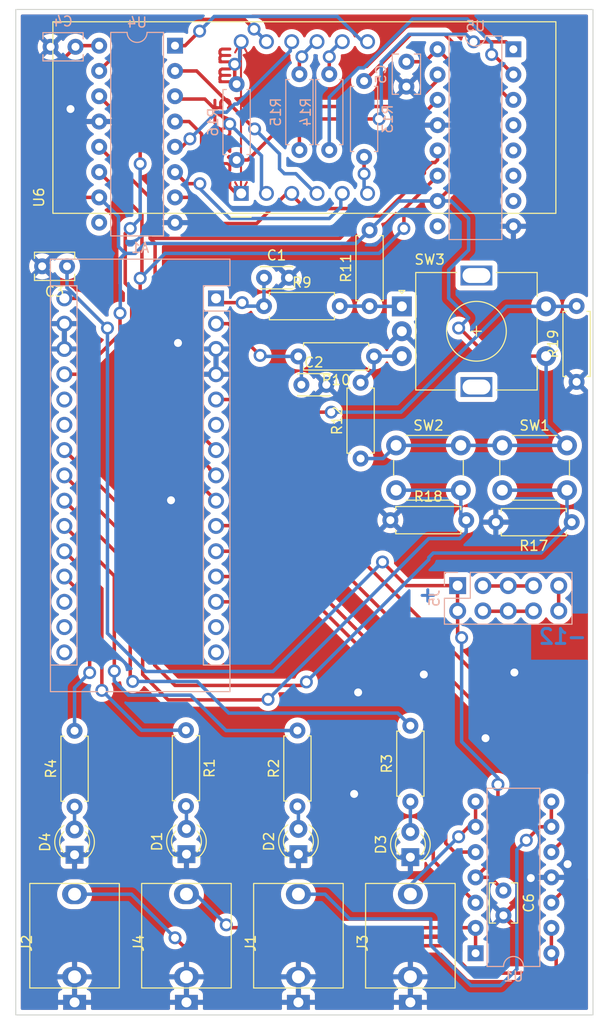
<source format=kicad_pcb>
(kicad_pcb (version 20211014) (generator pcbnew)
  (layers (0 "F.Cu" signal) (31 "B.Cu" signal) (34 "B.Paste" user) (35 "F.Paste" user) (36 "B.SilkS" user "B.Silkscreen") (37 "F.SilkS" user "F.Silkscreen") (38 "B.Mask" user) (39 "F.Mask" user) (44 "Edge.Cuts" user))
  (net 0 "")
  (net 1 "/D1")
  (net 2 "/D0")
  (net 3 "GND")
  (net 4 "/D2")
  (net 5 "/D3")
  (net 6 "/D4")
  (net 7 "/D5")
  (net 8 "/D6")
  (net 9 "/D7")
  (net 10 "/D8")
  (net 11 "/D9")
  (net 12 "/D10")
  (net 13 "/D11")
  (net 14 "/D12")
  (net 15 "/D13")
  (net 18 "Net-(A1-Pad23)")
  (net 21 "+5V")
  (net 22 "+12V")
  (net 23 "Net-(D1-Pad2)")
  (net 24 "Net-(D2-Pad2)")
  (net 25 "Net-(D3-Pad2)")
  (net 26 "Net-(D4-Pad2)")
  (net 27 "/L1")
  (net 28 "/L2")
  (net 29 "/L3")
  (net 30 "/L4")
  (net 31 "Net-(R11-Pad1)")
  (net 32 "Net-(R10-Pad1)")
  (net 33 "Net-(R13-Pad1)")
  (net 34 "Net-(R13-Pad2)")
  (net 35 "Net-(R14-Pad1)")
  (net 36 "Net-(R14-Pad2)")
  (net 37 "Net-(R15-Pad1)")
  (net 38 "Net-(R15-Pad2)")
  (net 39 "Net-(R16-Pad1)")
  (net 40 "Net-(R16-Pad2)")
  (net 41 "Net-(J1-PadT)")
  (net 42 "Net-(J2-PadT)")
  (net 43 "Net-(J3-PadT)")
  (net 44 "Net-(J4-PadT)")
  (net 45 "Net-(U4-Pad1)")
  (net 46 "Net-(U4-Pad2)")
  (net 47 "Net-(U4-Pad3)")
  (net 48 "Net-(U4-Pad4)")
  (net 49 "Net-(U4-Pad5)")
  (net 50 "Net-(U4-Pad6)")
  (net 51 "Net-(U4-Pad7)")
  (net 53 "Net-(U4-Pad15)")
  (net 55 "Net-(A1-Pad24)")
  (net 60 "Net-(J5-Pad3)")
  (net 61 "Net-(J5-Pad4)")
  (net 62 "-12V")
  (footprint "Resistor_THT:R_Axial_DIN0207_L6.3mm_D2.5mm_P7.62mm_Horizontal" (layer "F.Cu") (at 57.64 71.3)
    (fp_text reference "R18")
    (fp_text value "10k")
  )
  (footprint "Resistor_THT:R_Axial_DIN0207_L6.3mm_D2.5mm_P7.62mm_Horizontal" (layer "F.Cu") (at 48.3 100.05 90)
    (fp_text reference "R2")
    (fp_text value "220")
  )
  (footprint "LED_THT:LED_D3.0mm" (layer "F.Cu") (at 59.65 105.15 90)
    (fp_text reference "D3")
    (fp_text value "LED")
  )
  (footprint "LED_THT:LED_D3.0mm" (layer "F.Cu") (at 48.4 104.85 90)
    (fp_text reference "D2")
    (fp_text value "LED")
  )
  (footprint "Resistor_THT:R_Axial_DIN0207_L6.3mm_D2.5mm_P7.62mm_Horizontal" (layer "F.Cu") (at 56 54.85 180)
    (fp_text reference "R10")
    (fp_text value "10k")
  )
  (footprint "Capacitor_THT:C_Disc_D3.8mm_W2.6mm_P2.50mm" (layer "F.Cu") (at 69 108.5 -90)
    (fp_text reference "C6")
    (fp_text value "100n")
  )
  (footprint "LED_THT:LED_D3.0mm" (layer "F.Cu") (at 37.15 104.85 90)
    (fp_text reference "D1")
    (fp_text value "LED")
  )
  (footprint "Resistor_THT:R_Axial_DIN0207_L6.3mm_D2.5mm_P7.62mm_Horizontal" (layer "F.Cu") (at 44.94 49.8)
    (fp_text reference "R9")
    (fp_text value "10k")
  )
  (footprint "Eurorack:Thonkiconn" (layer "F.Cu") (at 37.15 113.792 90)
    (fp_text reference "J4")
    (fp_text value "AudioJack2_SwitchT")
  )
  (footprint "Eurorack:Thonkiconn" (layer "F.Cu") (at 59.65 113.792 90)
    (fp_text reference "J3")
    (fp_text value "AudioJack2_SwitchT")
  )
  (footprint "Capacitor_THT:C_Disc_D3.8mm_W2.6mm_P2.50mm" (layer "F.Cu") (at 25.15 45.8 180)
    (fp_text reference "C3")
    (fp_text value "100n")
  )
  (footprint "Button_Switch_THT:SW_PUSH_6mm" (layer "F.Cu") (at 68.886 63.79)
    (fp_text reference "SW1")
    (fp_text value "SW_Push")
  )
  (footprint "Rotary_Encoder:RotaryEncoder_Alps_EC11E-Switch_Vertical_H20mm" (layer "F.Cu") (at 58.79 49.824)
    (fp_text reference "SW3")
    (fp_text value "RotaryEncoder_Switch")
  )
  (footprint "Button_Switch_THT:SW_PUSH_6mm" (layer "F.Cu") (at 58.218 63.79)
    (fp_text reference "SW2")
    (fp_text value "SW_Push")
  )
  (footprint "Resistor_THT:R_Axial_DIN0207_L6.3mm_D2.5mm_P7.62mm_Horizontal" (layer "F.Cu") (at 75.86 71.5 180)
    (fp_text reference "R17")
    (fp_text value "10k")
  )
  (footprint "Capacitor_THT:C_Disc_D3.0mm_W2.0mm_P2.50mm" (layer "F.Cu") (at 44.95 46.95)
    (fp_text reference "C1")
    (fp_text value "10n")
  )
  (footprint "Capacitor_THT:C_Disc_D3.0mm_W2.0mm_P2.50mm" (layer "F.Cu") (at 48.7 57.7)
    (fp_text reference "C2")
    (fp_text value "10n")
  )
  (footprint "Eurorack:Thonkiconn" (layer "F.Cu") (at 25.908 113.792 90)
    (fp_text reference "J2")
    (fp_text value "AudioJack2_SwitchT")
  )
  (footprint "Resistor_THT:R_Axial_DIN0207_L6.3mm_D2.5mm_P7.62mm_Horizontal" (layer "F.Cu") (at 54.65 65.11 90)
    (fp_text reference "R12")
    (fp_text value "10k")
  )
  (footprint "Resistor_THT:R_Axial_DIN0207_L6.3mm_D2.5mm_P7.62mm_Horizontal" (layer "F.Cu") (at 59.65 99.568 90)
    (fp_text reference "R3")
    (fp_text value "220")
  )
  (footprint "Resistor_THT:R_Axial_DIN0207_L6.3mm_D2.5mm_P7.62mm_Horizontal" (layer "F.Cu") (at 25.908 100.076 90)
    (fp_text reference "R4")
    (fp_text value "220")
  )
  (footprint "LED_THT:LED_D3.0mm" (layer "F.Cu") (at 25.908 104.907 90)
    (fp_text reference "D4")
    (fp_text value "LED")
  )
  (footprint "Display_7Segment:CA56-12EWA" (layer "F.Cu") (at 42.65 38.4775 90)
    (fp_text reference "U6")
    (fp_text value "CA56-12EWA")
  )
  (footprint "Resistor_THT:R_Axial_DIN0207_L6.3mm_D2.5mm_P7.62mm_Horizontal" (layer "F.Cu") (at 55.55 49.8 90)
    (fp_text reference "R11")
    (fp_text value "10k")
  )
  (footprint "Resistor_THT:R_Axial_DIN0207_L6.3mm_D2.5mm_P7.62mm_Horizontal" (layer "F.Cu") (at 76.35 57.41 90)
    (fp_text reference "R19")
    (fp_text value "10k")
  )
  (footprint "Eurorack:Thonkiconn" (layer "F.Cu") (at 48.4 113.792 90)
    (fp_text reference "J1")
    (fp_text value "AudioJack2_SwitchT")
  )
  (footprint "Resistor_THT:R_Axial_DIN0207_L6.3mm_D2.5mm_P7.62mm_Horizontal" (layer "F.Cu") (at 37.1 92.4 -90)
    (fp_text reference "R1")
    (fp_text value "220")
  )
  (footprint "Package_DIP:DIP-16_W7.62mm" (layer "B.Cu") (at 36 23.637 180)
    (fp_text reference "U4")
    (fp_text value "74HC595")
  )
  (footprint "Capacitor_THT:C_Disc_D3.8mm_W2.6mm_P2.50mm" (layer "B.Cu") (at 59.25 25.25 -90)
    (fp_text reference "C5")
    (fp_text value "100n")
  )
  (footprint "Connector_PinHeader_2.54mm:PinHeader_2x05_P2.54mm_Vertical" (layer "B.Cu") (at 64.4 77.875 -90)
    (fp_text reference "J5")
    (fp_text value "Conn_02x05_Odd_Even")
  )
  (footprint "Package_DIP:DIP-16_W7.62mm" (layer "B.Cu") (at 70 24 180)
    (fp_text reference "U5")
    (fp_text value "74HC595")
  )
  (footprint "Capacitor_THT:C_Disc_D3.8mm_W2.6mm_P2.50mm" (layer "B.Cu") (at 26 23.75 180)
    (fp_text reference "C4")
    (fp_text value "100n")
  )
  (footprint "Module:Arduino_Nano" (layer "B.Cu") (at 40.122 49.022 180)
    (fp_text reference "A1")
    (fp_text value "Arduino_Nano_v3.x")
  )
  (footprint "Resistor_THT:R_Axial_DIN0207_L6.3mm_D2.5mm_P7.62mm_Horizontal" (layer "B.Cu") (at 55 34.81 90)
    (fp_text reference "R13")
    (fp_text value "220")
  )
  (footprint "Package_DIP:DIP-14_W7.62mm" (layer "B.Cu") (at 66.2 114.8)
    (fp_text reference "U1")
    (fp_text value "LM324")
  )
  (footprint "Resistor_THT:R_Axial_DIN0207_L6.3mm_D2.5mm_P7.62mm_Horizontal" (layer "B.Cu") (at 42.19 27.5 -90)
    (fp_text reference "R16")
    (fp_text value "220")
  )
  (footprint "Resistor_THT:R_Axial_DIN0207_L6.3mm_D2.5mm_P7.62mm_Horizontal" (layer "B.Cu") (at 48.5 26.5 -90)
    (fp_text reference "R15")
    (fp_text value "220")
  )
  (footprint "Resistor_THT:R_Axial_DIN0207_L6.3mm_D2.5mm_P7.62mm_Horizontal" (layer "B.Cu") (at 51.5 26.5 -90)
    (fp_text reference "R14")
    (fp_text value "220")
  )
  (gr_rect (start 20 20) (end 78 121) (layer "Edge.Cuts") (width 0.1) (fill none))
  (gr_text "+" (at 61.4 78.75) (layer "B.Cu") (effects (font (size 1.5 1.5) (thickness 0.3)) (justify mirror)))
  (gr_text "-12" (at 74.95 83) (layer "B.Cu") (effects (font (size 1.5 1.5) (thickness 0.3)) (justify mirror)))
  (dimension (type aligned) (layer "F.Cu") (pts (xy 42.65 38.4775) (xy 42.65 23.19)) (height -0.02) (gr_text "15,2875 mm" (at 40.83 30.83375 90) (layer "F.Cu") (effects (font (size 1.5 1.5) (thickness 0.3)))) (format (units 3) (units_format 1) (precision 4)) (style (thickness 0.2) (arrow_length 1.27) (text_position_mode 0) (extension_height 0.58642) (extension_offset 0.5) keep_text_aligned))
  (segment (start 42.75 49.45) (end 40.55 49.45) (width 0.35) (layer "F.Cu") (net 1))
  (segment (start 40.55 49.45) (end 40.122 49.022) (width 0.35) (layer "F.Cu") (net 1))
  (via (at 42.75 49.45) (size 1.3) (drill 0.8) (layers "F.Cu" "B.Cu") (net 1))
  (segment (start 43.1 49.8) (end 42.75 49.45) (width 0.35) (layer "B.Cu") (net 1))
  (segment (start 44.94 49.8) (end 44.94 46.96) (width 0.35) (layer "B.Cu") (net 1))
  (segment (start 44.94 49.8) (end 43.1 49.8) (width 0.35) (layer "B.Cu") (net 1))
  (segment (start 44.94 46.96) (end 44.95 46.95) (width 0.35) (layer "B.Cu") (net 1))
  (segment (start 40.122 51.562) (end 41.362 51.562) (width 0.35) (layer "F.Cu") (net 2))
  (segment (start 41.362 51.562) (end 44.55 54.75) (width 0.35) (layer "F.Cu") (net 2))
  (via (at 44.55 54.75) (size 1.3) (drill 0.8) (layers "F.Cu" "B.Cu") (net 2))
  (segment (start 44.55 54.75) (end 44.65 54.85) (width 0.35) (layer "B.Cu") (net 2))
  (segment (start 48.7 55.17) (end 48.7 57.7) (width 0.35) (layer "B.Cu") (net 2))
  (segment (start 44.65 54.85) (end 48.38 54.85) (width 0.35) (layer "B.Cu") (net 2))
  (segment (start 48.38 54.85) (end 48.7 55.17) (width 0.35) (layer "B.Cu") (net 2))
  (via (at 25.5 30) (size 1.3) (drill 0.8) (layers "F.Cu" "B.Cu") (net 3))
  (via (at 54.4 88.6) (size 1.3) (drill 0.8) (layers "F.Cu" "B.Cu") (net 3))
  (via (at 54 98.8) (size 1.3) (drill 0.8) (layers "F.Cu" "B.Cu") (net 3))
  (via (at 75.45 105.85) (size 1.3) (drill 0.8) (layers "F.Cu" "B.Cu") (net 3))
  (via (at 61 86.8) (size 1.3) (drill 0.8) (layers "F.Cu" "B.Cu") (net 3))
  (via (at 70.1 86.6) (size 1.3) (drill 0.8) (layers "F.Cu" "B.Cu") (net 3))
  (via (at 35.6 69.3) (size 1.3) (drill 0.8) (layers "F.Cu" "B.Cu") (net 3))
  (via (at 71.75 107.25) (size 1.3) (drill 0.8) (layers "F.Cu" "B.Cu") (net 3))
  (via (at 67.2 93.2) (size 1.3) (drill 0.8) (layers "F.Cu" "B.Cu") (net 3))
  (via (at 36.3 53.5) (size 1.3) (drill 0.8) (layers "F.Cu" "B.Cu") (net 3))
  (segment (start 41.882 59.182) (end 40.122 59.182) (width 0.35) (layer "F.Cu") (net 4))
  (segment (start 51.7 60.45) (end 43.15 60.45) (width 0.35) (layer "F.Cu") (net 4))
  (segment (start 43.15 60.45) (end 41.882 59.182) (width 0.35) (layer "F.Cu") (net 4))
  (via (at 51.7 60.45) (size 1.3) (drill 0.8) (layers "F.Cu" "B.Cu") (net 4))
  (segment (start 69.326 49.824) (end 61.95 57.2) (width 0.35) (layer "B.Cu") (net 4))
  (segment (start 73.29 49.824) (end 69.326 49.824) (width 0.35) (layer "B.Cu") (net 4))
  (segment (start 76.316 49.824) (end 76.35 49.79) (width 0.35) (layer "B.Cu") (net 4))
  (segment (start 73.29 49.824) (end 76.316 49.824) (width 0.35) (layer "B.Cu") (net 4))
  (segment (start 58.7 60.45) (end 52 60.45) (width 0.35) (layer "B.Cu") (net 4))
  (segment (start 52 60.45) (end 51.7 60.45) (width 0.35) (layer "B.Cu") (net 4))
  (segment (start 61.95 57.2) (end 58.7 60.45) (width 0.35) (layer "B.Cu") (net 4))
  (segment (start 56.75 40.75) (end 61.055489 36.444511) (width 0.35) (layer "F.Cu") (net 6))
  (segment (start 61.055489 36.151368) (end 61.831368 35.375489) (width 0.35) (layer "F.Cu") (net 6))
  (segment (start 62.124511 35.375489) (end 62.38 35.12) (width 0.35) (layer "F.Cu") (net 6))
  (segment (start 33.5 43) (end 33.5 38.917) (width 0.35) (layer "F.Cu") (net 6))
  (segment (start 34 43.5) (end 33.5 43) (width 0.35) (layer "F.Cu") (net 6))
  (segment (start 33.5 38.917) (end 28.38 33.797) (width 0.35) (layer "F.Cu") (net 6))
  (segment (start 61.055489 36.444511) (end 61.055489 36.151368) (width 0.35) (layer "F.Cu") (net 6))
  (segment (start 52.553429 43) (end 54.803429 40.75) (width 0.35) (layer "F.Cu") (net 6))
  (segment (start 54.803429 40.75) (end 56.75 40.75) (width 0.35) (layer "F.Cu") (net 6))
  (segment (start 34 58.14) (end 34 43.5) (width 0.35) (layer "F.Cu") (net 6))
  (segment (start 62.38 35.12) (end 62.38 34.16) (width 0.35) (layer "F.Cu") (net 6))
  (segment (start 61.831368 35.375489) (end 62.124511 35.375489) (width 0.35) (layer "F.Cu") (net 6))
  (segment (start 33.5 43) (end 52.553429 43) (width 0.35) (layer "F.Cu") (net 6))
  (segment (start 40.122 64.262) (end 34 58.14) (width 0.35) (layer "F.Cu") (net 6))
  (segment (start 32.674501 40.631501) (end 28.38 36.337) (width 0.35) (layer "F.Cu") (net 7))
  (segment (start 32.674501 46.825499) (end 32.674501 40.631501) (width 0.35) (layer "F.Cu") (net 7))
  (segment (start 40.122 66.802) (end 39.497 66.177) (width 0.35) (layer "F.Cu") (net 7))
  (segment (start 39.497 66.087886) (end 32.5 59.090886) (width 0.35) (layer "F.Cu") (net 7))
  (segment (start 39.497 66.177) (end 39.497 66.087886) (width 0.35) (layer "F.Cu") (net 7))
  (segment (start 59 40.08) (end 62.38 36.7) (width 0.35) (layer "F.Cu") (net 7))
  (segment (start 32.5 59.090886) (end 32.5 47) (width 0.35) (layer "F.Cu") (net 7))
  (segment (start 59 42) (end 59 40.08) (width 0.35) (layer "F.Cu") (net 7))
  (segment (start 32.5 47) (end 32.674501 46.825499) (width 0.35) (layer "F.Cu") (net 7))
  (via (at 59 42) (size 1.3) (drill 0.8) (layers "F.Cu" "B.Cu") (net 7))
  (via (at 32.5 47) (size 1.3) (drill 0.8) (layers "F.Cu" "B.Cu") (net 7))
  (segment (start 56.5 44.5) (end 59 42) (width 0.35) (layer "B.Cu") (net 7))
  (segment (start 32.5 47) (end 35 44.5) (width 0.35) (layer "B.Cu") (net 7))
  (segment (start 35 44.5) (end 56.5 44.5) (width 0.35) (layer "B.Cu") (net 7))
  (segment (start 32.5 35.5) (end 32.5 32.837) (width 0.35) (layer "F.Cu") (net 8))
  (segment (start 31 42.5) (end 31.5 42) (width 0.35) (layer "F.Cu") (net 8))
  (segment (start 32.5 32.837) (end 28.38 28.717) (width 0.35) (layer "F.Cu") (net 8))
  (segment (start 40.122 69.342) (end 31.650001 60.870001) (width 0.35) (layer "F.Cu") (net 8))
  (segment (start 31.650001 60.870001) (end 31.650001 48.150001) (width 0.35) (layer "F.Cu") (net 8))
  (segment (start 31 47.5) (end 31 42.5) (width 0.35) (layer "F.Cu") (net 8))
  (segment (start 31.650001 48.150001) (end 31 47.5) (width 0.35) (layer "F.Cu") (net 8))
  (via (at 31.5 42) (size 1.3) (drill 0.8) (layers "F.Cu" "B.Cu") (net 8))
  (via (at 32.5 35.5) (size 1.3) (drill 0.8) (layers "F.Cu" "B.Cu") (net 8))
  (segment (start 32.5 35.5) (end 32.5 41) (width 0.35) (layer "B.Cu") (net 8))
  (segment (start 32.5 41) (end 31.5 42) (width 0.35) (layer "B.Cu") (net 8))
  (segment (start 40.154 71.85) (end 40.122 71.882) (width 0.35) (layer "F.Cu") (net 9))
  (segment (start 73.82 109.72) (end 76.85 106.69) (width 0.35) (layer "F.Cu") (net 9))
  (segment (start 76.85 97.4) (end 51.3 71.85) (width 0.35) (layer "F.Cu") (net 9))
  (segment (start 51.3 71.85) (end 40.154 71.85) (width 0.35) (layer "F.Cu") (net 9))
  (segment (start 76.85 106.69) (end 76.85 97.4) (width 0.35) (layer "F.Cu") (net 9))
  (segment (start 50.872 74.422) (end 40.122 74.422) (width 0.35) (layer "F.Cu") (net 10))
  (segment (start 73.82 104.64) (end 75.65 102.81) (width 0.35) (layer "F.Cu") (net 10))
  (segment (start 75.65 99.2) (end 50.872 74.422) (width 0.35) (layer "F.Cu") (net 10))
  (segment (start 75.65 102.81) (end 75.65 99.2) (width 0.35) (layer "F.Cu") (net 10))
  (segment (start 66.2 104.64) (end 64.09 104.64) (width 0.35) (layer "F.Cu") (net 11))
  (segment (start 63.2 103.75) (end 63.2 91.25) (width 0.35) (layer "F.Cu") (net 11))
  (segment (start 63.2 91.25) (end 49.1 77.15) (width 0.35) (layer "F.Cu") (net 11))
  (segment (start 49.1 77.15) (end 42.95 77.15) (width 0.35) (layer "F.Cu") (net 11))
  (segment (start 64.09 104.64) (end 63.2 103.75) (width 0.35) (layer "F.Cu") (net 11))
  (segment (start 42.95 77.15) (end 42.762 76.962) (width 0.35) (layer "F.Cu") (net 11))
  (segment (start 42.762 76.962) (end 40.122 76.962) (width 0.35) (layer "F.Cu") (net 11))
  (segment (start 50.002 79.502) (end 61.95 91.45) (width 0.35) (layer "F.Cu") (net 12))
  (segment (start 61.95 91.45) (end 61.95 105.47) (width 0.35) (layer "F.Cu") (net 12))
  (segment (start 61.95 105.47) (end 66.2 109.72) (width 0.35) (layer "F.Cu") (net 12))
  (segment (start 40.122 79.502) (end 50.002 79.502) (width 0.35) (layer "F.Cu") (net 12))
  (segment (start 32.75 74.67) (end 32.75 86.8) (width 0.35) (layer "F.Cu") (net 18))
  (segment (start 32.75 86.8) (end 35.3 89.35) (width 0.35) (layer "F.Cu") (net 18))
  (segment (start 24.882 66.802) (end 32.75 74.67) (width 0.35) (layer "F.Cu") (net 18))
  (segment (start 35.3 89.35) (end 45.3 89.35) (width 0.35) (layer "F.Cu") (net 18))
  (segment (start 45.3 89.35) (end 45.35 89.3) (width 0.35) (layer "F.Cu") (net 18))
  (via (at 45.35 89.3) (size 1.3) (drill 0.8) (layers "F.Cu" "B.Cu") (net 18))
  (segment (start 45.35 89.3) (end 61.5 73.15) (width 0.35) (layer "B.Cu") (net 18))
  (segment (start 61.5 73.15) (end 64.6 73.15) (width 0.35) (layer "B.Cu") (net 18))
  (segment (start 64.718 70.758) (end 65.26 71.3) (width 0.35) (layer "B.Cu") (net 18))
  (segment (start 64.718 68.29) (end 64.718 70.758) (width 0.35) (layer "B.Cu") (net 18))
  (segment (start 58.218 68.29) (end 64.718 68.29) (width 0.35) (layer "B.Cu") (net 18))
  (segment (start 65.26 72.49) (end 65.26 71.3) (width 0.35) (layer "B.Cu") (net 18))
  (segment (start 64.6 73.15) (end 65.26 72.49) (width 0.35) (layer "B.Cu") (net 18))
  (segment (start 23.25 35.5) (end 23.25 26.5) (width 0.35) (layer "F.Cu") (net 21))
  (segment (start 23.25 26.5) (end 26 23.75) (width 0.35) (layer "F.Cu") (net 21))
  (segment (start 30.4755 52.575638) (end 30.4755 50.5) (width 0.35) (layer "F.Cu") (net 21))
  (segment (start 26.627 38.877) (end 23.25 35.5) (width 0.35) (layer "F.Cu") (net 21))
  (segment (start 61.13 25.25) (end 62.38 24) (width 0.35) (layer "F.Cu") (net 21))
  (segment (start 64.275988 37.344012) (end 64.275989 25.895989) (width 0.35) (layer "F.Cu") (net 21))
  (segment (start 26.409138 56.642) (end 30.4755 52.575638) (width 0.35) (layer "F.Cu") (net 21))
  (segment (start 64.9 52.3) (end 64.6 52) (width 0.35) (layer "F.Cu") (net 21))
  (segment (start 62.38 39.24) (end 64.275988 37.344012) (width 0.35) (layer "F.Cu") (net 21))
  (segment (start 67.424 54.824) (end 64.9 52.3) (width 0.35) (layer "F.Cu") (net 21))
  (segment (start 73.29 54.824) (end 67.424 54.824) (width 0.35) (layer "F.Cu") (net 21))
  (segment (start 26.113 23.637) (end 26 23.75) (width 0.35) (layer "F.Cu") (net 21))
  (segment (start 28.38 38.877) (end 26.627 38.877) (width 0.35) (layer "F.Cu") (net 21))
  (segment (start 59.25 25.25) (end 61.13 25.25) (width 0.35) (layer "F.Cu") (net 21))
  (segment (start 64.275989 25.895989) (end 62.38 24) (width 0.35) (layer "F.Cu") (net 21))
  (segment (start 24.882 56.642) (end 26.409138 56.642) (width 0.35) (layer "F.Cu") (net 21))
  (segment (start 28.38 23.637) (end 26.113 23.637) (width 0.35) (layer "F.Cu") (net 21))
  (segment (start 64.6 52) (end 64.5 52) (width 0.35) (layer "F.Cu") (net 21))
  (via (at 30.4755 50.5) (size 1.3) (drill 0.8) (layers "F.Cu" "B.Cu") (net 21))
  (via (at 64.5 52) (size 1.3) (drill 0.8) (layers "F.Cu" "B.Cu") (net 21))
  (segment (start 64.718 63.79) (end 68.886 63.79) (width 0.35) (layer "B.Cu") (net 21))
  (segment (start 63.74 39.24) (end 62.38 39.24) (width 0.35) (layer "B.Cu") (net 21))
  (segment (start 32 44.5) (end 33 43.5) (width 0.35) (layer "B.Cu") (net 21))
  (segment (start 30.5 45) (end 30.5 50.4755) (width 0.35) (layer "B.Cu") (net 21))
  (segment (start 31 44.5) (end 30.325499 43.825499) (width 0.35) (layer "B.Cu") (net 21))
  (segment (start 54.23 43.5) (end 55.55 42.18) (width 0.35) (layer "B.Cu") (net 21))
  (segment (start 62.38 39.24) (end 60.74 39.24) (width 0.35) (layer "B.Cu") (net 21))
  (segment (start 75.386 63.79) (end 73.29 61.694) (width 0.35) (layer "B.Cu") (net 21))
  (segment (start 65.5 41) (end 63.74 39.24) (width 0.35) (layer "B.Cu") (net 21))
  (segment (start 30.325499 40.822499) (end 28.38 38.877) (width 0.35) (layer "B.Cu") (net 21))
  (segment (start 63.5 49) (end 63.5 46.164978) (width 0.35) (layer "B.Cu") (net 21))
  (segment (start 73.29 61.694) (end 73.29 54.824) (width 0.35) (layer "B.Cu") (net 21))
  (segment (start 33 43.5) (end 54.23 43.5) (width 0.35) (layer "B.Cu") (net 21))
  (segment (start 31 44.5) (end 30.5 45) (width 0.35) (layer "B.Cu") (net 21))
  (segment (start 63.5 46.164978) (end 65.5 44.164978) (width 0.35) (layer "B.Cu") (net 21))
  (segment (start 68.886 63.79) (end 75.386 63.79) (width 0.35) (layer "B.Cu") (net 21))
  (segment (start 58.218 63.79) (end 64.718 63.79) (width 0.35) (layer "B.Cu") (net 21))
  (segment (start 60.74 39.24) (end 58.49 39.24) (width 0.35) (layer "B.Cu") (net 21))
  (segment (start 56.898 65.11) (end 58.218 63.79) (width 0.35) (layer "B.Cu") (net 21))
  (segment (start 58.49 39.24) (end 55.55 42.18) (width 0.35) (layer "B.Cu") (net 21))
  (segment (start 30.325499 43.825499) (end 30.325499 40.822499) (width 0.35) (layer "B.Cu") (net 21))
  (segment (start 30.5 50.4755) (end 30.4755 50.5) (width 0.35) (layer "B.Cu") (net 21))
  (segment (start 31 44.5) (end 32 44.5) (width 0.35) (layer "B.Cu") (net 21))
  (segment (start 64.5 52) (end 65.5 51) (width 0.35) (layer "B.Cu") (net 21))
  (segment (start 54.65 65.11) (end 56.898 65.11) (width 0.35) (layer "B.Cu") (net 21))
  (segment (start 65.5 44.164978) (end 65.5 41) (width 0.35) (layer "B.Cu") (net 21))
  (segment (start 65.5 51) (end 63.5 49) (width 0.35) (layer "B.Cu") (net 21))
  (segment (start 64.4 77.875) (end 59.225 77.875) (width 0.35) (layer "F.Cu") (net 22))
  (segment (start 59.225 77.875) (end 56.85 75.5) (width 0.35) (layer "F.Cu") (net 22))
  (segment (start 68.45 104.93) (end 66.2 107.18) (width 0.35) (layer "F.Cu") (net 22))
  (segment (start 64.4 80.415) (end 64.4 82.7) (width 0.35) (layer "F.Cu") (net 22))
  (segment (start 66.2 107.18) (end 67.68 107.18) (width 0.35) (layer "F.Cu") (net 22))
  (segment (start 64.39 77.91) (end 64.39 80.45) (width 0.35) (layer "F.Cu") (net 22))
  (segment (start 26.229121 49.022) (end 29.212967 52.005846) (width 0.35) (layer "F.Cu") (net 22))
  (segment (start 68.45 97.85) (end 68.45 104.93) (width 0.35) (layer "F.Cu") (net 22))
  (segment (start 24.882 49.022) (end 26.229121 49.022) (width 0.35) (layer "F.Cu") (net 22))
  (segment (start 64.4 82.7) (end 64.8 83.1) (width 0.35) (layer "F.Cu") (net 22))
  (segment (start 67.68 107.18) (end 69 108.5) (width 0.35) (layer "F.Cu") (net 22))
  (via (at 56.85 75.5) (size 1.3) (drill 0.8) (layers "F.Cu" "B.Cu") (net 22))
  (via (at 68.45 97.85) (size 1.3) (drill 0.8) (layers "F.Cu" "B.Cu") (net 22))
  (via (at 64.8 83.1) (size 1.3) (drill 0.8) (layers "F.Cu" "B.Cu") (net 22))
  (via (at 29.212967 52.005846) (size 1.3) (drill 0.8) (layers "F.Cu" "B.Cu") (net 22))
  (segment (start 64.8 93.55) (end 68.25 97) (width 0.35) (layer "B.Cu") (net 22))
  (segment (start 64.8 83.1) (end 64.8 93.55) (width 0.35) (layer "B.Cu") (net 22))
  (segment (start 68.45 97.2) (end 68.45 97.85) (width 0.35) (layer "B.Cu") (net 22))
  (segment (start 33.05 86.5) (end 29.212967 82.662967) (width 0.35) (layer "B.Cu") (net 22))
  (segment (start 29.212967 82.662967) (end 29.212967 52.005846) (width 0.35) (layer "B.Cu") (net 22))
  (segment (start 25.15 47.942879) (end 29.212967 52.005846) (width 0.35) (layer "B.Cu") (net 22))
  (segment (start 45.85 86.5) (end 33.05 86.5) (width 0.35) (layer "B.Cu") (net 22))
  (segment (start 56.85 75.5) (end 45.85 86.5) (width 0.35) (layer "B.Cu") (net 22))
  (segment (start 68.25 97) (end 68.45 97.2) (width 0.35) (layer "B.Cu") (net 22))
  (segment (start 25.15 45.8) (end 25.15 47.942879) (width 0.35) (layer "B.Cu") (net 22))
  (segment (start 37.15 100.07) (end 37.15 102.31) (width 0.35) (layer "B.Cu") (net 23))
  (segment (start 37.1 100.02) (end 37.15 100.07) (width 0.35) (layer "B.Cu") (net 23))
  (segment (start 48.4 100.15) (end 48.4 102.31) (width 0.35) (layer "B.Cu") (net 24))
  (segment (start 48.3 100.05) (end 48.4 100.15) (width 0.35) (layer "B.Cu") (net 24))
  (segment (start 59.65 99.568) (end 59.65 102.61) (width 0.35) (layer "B.Cu") (net 25))
  (segment (start 25.908 100.076) (end 25.908 102.367) (width 0.35) (layer "B.Cu") (net 26))
  (segment (start 31.5 87.25) (end 31.75 87.5) (width 0.35) (layer "F.Cu") (net 27))
  (segment (start 31.5 75.96) (end 31.5 87.25) (width 0.35) (layer "F.Cu") (net 27))
  (segment (start 24.882 69.342) (end 31.5 75.96) (width 0.35) (layer "F.Cu") (net 27))
  (via (at 31.75 87.5) (size 1.3) (drill 0.8) (layers "F.Cu" "B.Cu") (net 27))
  (segment (start 38.224 87.5) (end 31.75 87.5) (width 0.35) (layer "B.Cu") (net 27))
  (segment (start 59.65 91.948) (end 58.38 90.678) (width 0.35) (layer "B.Cu") (net 27))
  (segment (start 58.38 90.678) (end 41.402 90.678) (width 0.35) (layer "B.Cu") (net 27))
  (segment (start 41.402 90.678) (end 38.224 87.5) (width 0.35) (layer "B.Cu") (net 27))
  (segment (start 24.882 71.882) (end 29.9 76.9) (width 0.35) (layer "F.Cu") (net 28))
  (segment (start 29.9 76.9) (end 29.9 86.45) (width 0.35) (layer "F.Cu") (net 28))
  (via (at 29.9 86.45) (size 1.3) (drill 0.8) (layers "F.Cu" "B.Cu") (net 28))
  (segment (start 31.325637 88.874501) (end 29.9 87.448864) (width 0.35) (layer "B.Cu") (net 28))
  (segment (start 37.566501 88.874501) (end 31.325637 88.874501) (width 0.35) (layer "B.Cu") (net 28))
  (segment (start 41.122 92.43) (end 37.566501 88.874501) (width 0.35) (layer "B.Cu") (net 28))
  (segment (start 48.3 92.43) (end 41.122 92.43) (width 0.35) (layer "B.Cu") (net 28))
  (segment (start 29.9 87.448864) (end 29.9 86.45) (width 0.35) (layer "B.Cu") (net 28))
  (segment (start 28.65 78.19) (end 28.65 88.4) (width 0.35) (layer "F.Cu") (net 29))
  (segment (start 24.882 74.422) (end 28.65 78.19) (width 0.35) (layer "F.Cu") (net 29))
  (via (at 28.65 88.4) (size 1.3) (drill 0.8) (layers "F.Cu" "B.Cu") (net 29))
  (segment (start 37.1 92.4) (end 32.65 92.4) (width 0.35) (layer "B.Cu") (net 29))
  (segment (start 32.65 92.4) (end 28.65 88.4) (width 0.35) (layer "B.Cu") (net 29))
  (segment (start 24.882 76.962) (end 27.4255 79.5055) (width 0.35) (layer "F.Cu") (net 30))
  (segment (start 27.4255 79.5055) (end 27.4255 86.614) (width 0.35) (layer "F.Cu") (net 30))
  (via (at 27.4255 86.614) (size 1.3) (drill 0.8) (layers "F.Cu" "B.Cu") (net 30))
  (segment (start 25.908 88.1315) (end 27.4255 86.614) (width 0.35) (layer "B.Cu") (net 30))
  (segment (start 25.908 92.456) (end 25.908 88.1315) (width 0.35) (layer "B.Cu") (net 30))
  (segment (start 55.55 49.8) (end 52.56 49.8) (width 0.35) (layer "B.Cu") (net 31))
  (segment (start 55.574 49.824) (end 55.55 49.8) (width 0.35) (layer "B.Cu") (net 31))
  (segment (start 58.79 49.824) (end 55.574 49.824) (width 0.35) (layer "B.Cu") (net 31))
  (segment (start 56.026 54.824) (end 56 54.85) (width 0.35) (layer "B.Cu") (net 32))
  (segment (start 58.79 54.824) (end 56.026 54.824) (width 0.35) (layer "B.Cu") (net 32))
  (segment (start 56 54.85) (end 56 56.14) (width 0.35) (layer "B.Cu") (net 32))
  (segment (start 56 56.14) (end 54.65 57.49) (width 0.35) (layer "B.Cu") (net 32))
  (segment (start 55 36.5) (end 55 34.81) (width 0.35) (layer "F.Cu") (net 33))
  (via (at 55 36.5) (size 1.3) (drill 0.8) (layers "F.Cu" "B.Cu") (net 33))
  (segment (start 55.2 38.4775) (end 55 38.2775) (width 0.35) (layer "B.Cu") (net 33))
  (segment (start 55 38.2775) (end 55 36.5) (width 0.35) (layer "B.Cu") (net 33))
  (segment (start 63.089004 22.5) (end 59.69 22.5) (width 0.35) (layer "F.Cu") (net 34))
  (segment (start 59.69 22.5) (end 55 27.19) (width 0.35) (layer "F.Cu") (net 34))
  (segment (start 70 29.08) (end 69.669004 29.08) (width 0.35) (layer "F.Cu") (net 34))
  (segment (start 69.669004 29.08) (end 63.089004 22.5) (width 0.35) (layer "F.Cu") (net 34))
  (segment (start 51.5 26.5) (end 51.5 24.75) (width 0.35) (layer "F.Cu") (net 35))
  (via (at 51.5 24.75) (size 1.3) (drill 0.8) (layers "F.Cu" "B.Cu") (net 35))
  (segment (start 51.5 24.3975) (end 51.5 24.75) (width 0.35) (layer "B.Cu") (net 35))
  (segment (start 52.66 23.2375) (end 51.5 24.3975) (width 0.35) (layer "B.Cu") (net 35))
  (segment (start 70 26.54) (end 67.981619 24.521619) (width 0.35) (layer "F.Cu") (net 36))
  (segment (start 67.981619 24.521619) (end 67.814856 24.521619) (width 0.35) (layer "F.Cu") (net 36))
  (via (at 67.814856 24.521619) (size 1.3) (drill 0.8) (layers "F.Cu" "B.Cu") (net 36))
  (segment (start 54.451368 25.865489) (end 54.963725 25.865489) (width 0.35) (layer "B.Cu") (net 36))
  (segment (start 65.361485 20.950489) (end 67.814856 23.40386) (width 0.35) (layer "B.Cu") (net 36))
  (segment (start 51.5 28.816857) (end 54.451368 25.865489) (width 0.35) (layer "B.Cu") (net 36))
  (segment (start 54.963725 25.865489) (end 59.878725 20.950489) (width 0.35) (layer "B.Cu") (net 36))
  (segment (start 51.5 34.12) (end 51.5 28.816857) (width 0.35) (layer "B.Cu") (net 36))
  (segment (start 59.878725 20.950489) (end 65.361485 20.950489) (width 0.35) (layer "B.Cu") (net 36))
  (segment (start 67.814856 23.40386) (end 67.814856 24.521619) (width 0.35) (layer "B.Cu") (net 36))
  (segment (start 48.5 26.5) (end 48.5 25) (width 0.35) (layer "F.Cu") (net 37))
  (segment (start 48.5 25) (end 48.75 24.75) (width 0.35) (layer "F.Cu") (net 37))
  (via (at 48.75 24.75) (size 1.3) (drill 0.8) (layers "F.Cu" "B.Cu") (net 37))
  (segment (start 48.75 24.6075) (end 48.75 24.75) (width 0.35) (layer "B.Cu") (net 37))
  (segment (start 50.12 23.2375) (end 48.75 24.6075) (width 0.35) (layer "B.Cu") (net 37))
  (segment (start 70 24) (end 69.25 23.25) (width 0.35) (layer "F.Cu") (net 38))
  (segment (start 48.5 32.5) (end 48.5 34.12) (width 0.35) (layer "F.Cu") (net 38))
  (segment (start 50 31) (end 48.5 32.5) (width 0.35) (layer "F.Cu") (net 38))
  (segment (start 69.25 23.25) (end 66 23.25) (width 0.35) (layer "F.Cu") (net 38))
  (segment (start 56.5 31) (end 50 31) (width 0.35) (layer "F.Cu") (net 38))
  (via (at 56.5 31) (size 1.3) (drill 0.8) (layers "F.Cu" "B.Cu") (net 38))
  (via (at 66 23.25) (size 1.3) (drill 0.8) (layers "F.Cu" "B.Cu") (net 38))
  (segment (start 59.489258 22.5) (end 65.25 22.5) (width 0.35) (layer "B.Cu") (net 38))
  (segment (start 56.5 31) (end 56.724021 30.775979) (width 0.35) (layer "B.Cu") (net 38))
  (segment (start 56.724021 25.265237) (end 59.489258 22.5) (width 0.35) (layer "B.Cu") (net 38))
  (segment (start 65.25 22.5) (end 66 23.25) (width 0.35) (layer "B.Cu") (net 38))
  (segment (start 56.724021 30.775979) (end 56.724021 25.265237) (width 0.35) (layer "B.Cu") (net 38))
  (segment (start 42 25.5) (end 42 27.31) (width 0.35) (layer "F.Cu") (net 39))
  (segment (start 42 27.31) (end 42.19 27.5) (width 0.35) (layer "F.Cu") (net 39))
  (via (at 42 25.5) (size 1.3) (drill 0.8) (layers "F.Cu" "B.Cu") (net 39))
  (segment (start 42.5 23.2375) (end 42.5 25) (width 0.35) (layer "B.Cu") (net 39))
  (segment (start 42.5 25) (end 42 25.5) (width 0.35) (layer "B.Cu") (net 39))
  (segment (start 62.38 26.54) (end 62.38 27.12) (width 0.35) (layer "F.Cu") (net 40))
  (segment (start 59.75 29.75) (end 48.69137 29.75) (width 0.35) (layer "F.Cu") (net 40))
  (segment (start 48.69137 29.75) (end 43.32137 35.12) (width 0.35) (layer "F.Cu") (net 40))
  (segment (start 43.32137 35.12) (end 42.19 35.12) (width 0.35) (layer "F.Cu") (net 40))
  (segment (start 62.38 27.12) (end 59.75 29.75) (width 0.35) (layer "F.Cu") (net 40))
  (segment (start 73.82 99.56) (end 73.82 102.1) (width 0.35) (layer "F.Cu") (net 41))
  (segment (start 72.65 102.1) (end 71.3 103.45) (width 0.35) (layer "F.Cu") (net 41))
  (segment (start 73.82 99.575) (end 73.82 102.1) (width 0.35) (layer "F.Cu") (net 41))
  (segment (start 73.82 102.1) (end 72.65 102.1) (width 0.35) (layer "F.Cu") (net 41))
  (via (at 71.3 103.45) (size 1.3) (drill 0.8) (layers "F.Cu" "B.Cu") (net 41))
  (segment (start 70.35 104.4) (end 70.35 116.4) (width 0.35) (layer "B.Cu") (net 41))
  (segment (start 61.7 114) (end 61.7 111.35) (width 0.35) (layer "B.Cu") (net 41))
  (segment (start 68.7 118.05) (end 65.75 118.05) (width 0.35) (layer "B.Cu") (net 41))
  (segment (start 53.55 111.35) (end 51.072 108.872) (width 0.35) (layer "B.Cu") (net 41))
  (segment (start 70.35 116.4) (end 68.7 118.05) (width 0.35) (layer "B.Cu") (net 41))
  (segment (start 71.3 103.45) (end 70.35 104.4) (width 0.35) (layer "B.Cu") (net 41))
  (segment (start 61.7 111.35) (end 53.55 111.35) (width 0.35) (layer "B.Cu") (net 41))
  (segment (start 51.072 108.872) (end 48.4 108.872) (width 0.35) (layer "B.Cu") (net 41))
  (segment (start 65.75 118.05) (end 61.7 114) (width 0.35) (layer "B.Cu") (net 41))
  (segment (start 74.3 115.28) (end 74.3 116.8) (width 0.35) (layer "F.Cu") (net 42))
  (segment (start 73.82 112.26) (end 73.82 114.8) (width 0.35) (layer "F.Cu") (net 42))
  (segment (start 63.05 114.05) (end 36.8 114.05) (width 0.35) (layer "F.Cu") (net 42))
  (segment (start 36.8 114.05) (end 36 113.25) (width 0.35) (layer "F.Cu") (net 42))
  (segment (start 74.3 116.8) (end 65.8 116.8) (width 0.35) (layer "F.Cu") (net 42))
  (segment (start 73.82 114.8) (end 74.3 115.28) (width 0.35) (layer "F.Cu") (net 42))
  (segment (start 65.8 116.8) (end 63.05 114.05) (width 0.35) (layer "F.Cu") (net 42))
  (via (at 36 113.25) (size 1.3) (drill 0.8) (layers "F.Cu" "B.Cu") (net 42))
  (segment (start 36 113.25) (end 31.622 108.872) (width 0.35) (layer "B.Cu") (net 42))
  (segment (start 31.622 108.872) (end 25.908 108.872) (width 0.35) (layer "B.Cu") (net 42))
  (segment (start 66.2 99.56) (end 66.2 102.1) (width 0.35) (layer "F.Cu") (net 43))
  (segment (start 66.2 102.1) (end 66.175 102.075) (width 0.35) (layer "F.Cu") (net 43))
  (segment (start 66.175 102.075) (end 65.525 102.075) (width 0.35) (layer "F.Cu") (net 43))
  (segment (start 65.525 102.075) (end 64.5 103.1) (width 0.35) (layer "F.Cu") (net 43))
  (via (at 64.5 103.1) (size 1.3) (drill 0.8) (layers "F.Cu" "B.Cu") (net 43))
  (segment (start 59.65 108.872) (end 59.65 107.95) (width 0.35) (layer "B.Cu") (net 43))
  (segment (start 59.65 107.95) (end 64.5 103.1) (width 0.35) (layer "B.Cu") (net 43))
  (segment (start 66.2 112.26) (end 66.175 112.235) (width 0.35) (layer "F.Cu") (net 44))
  (segment (start 66.175 112.235) (end 41.435 112.235) (width 0.35) (layer "F.Cu") (net 44))
  (segment (start 66.2 112.26) (end 66.2 114.8) (width 0.35) (layer "F.Cu") (net 44))
  (segment (start 41.435 112.235) (end 41.15 111.95) (width 0.35) (layer "F.Cu") (net 44))
  (via (at 41.15 111.95) (size 1.3) (drill 0.8) (layers "F.Cu" "B.Cu") (net 44))
  (segment (start 38.072 108.872) (end 37.15 108.872) (width 0.35) (layer "B.Cu") (net 44))
  (segment (start 37.625 108.745) (end 38.1 108.745) (width 0.35) (layer "B.Cu") (net 44))
  (segment (start 41.15 111.95) (end 38.072 108.872) (width 0.35) (layer "B.Cu") (net 44))
  (segment (start 36 23.637) (end 37.009274 23.637) (width 0.35) (layer "F.Cu") (net 45))
  (segment (start 37.009274 23.637) (end 38.471774 22.1745) (width 0.35) (layer "F.Cu") (net 45))
  (via (at 38.471774 22.1745) (size 1.3) (drill 0.8) (layers "F.Cu" "B.Cu") (net 45))
  (segment (start 52.3135 20.701) (end 39.945274 20.701) (width 0.35) (layer "B.Cu") (net 45))
  (segment (start 39.945274 20.701) (end 38.471774 22.1745) (width 0.35) (layer "B.Cu") (net 45))
  (segment (start 55.2 23.2375) (end 54.85 23.2375) (width 0.35) (layer "B.Cu") (net 45))
  (segment (start 54.85 23.2375) (end 52.3135 20.701) (width 0.35) (layer "B.Cu") (net 45))
  (segment (start 38.177 26.177) (end 44 32) (width 0.35) (layer "F.Cu") (net 46))
  (segment (start 36 26.177) (end 38.177 26.177) (width 0.35) (layer "F.Cu") (net 46))
  (via (at 44 32) (size 1.3) (drill 0.8) (layers "F.Cu" "B.Cu") (net 46))
  (segment (start 46.5 36) (end 47 36.5) (width 0.35) (layer "B.Cu") (net 46))
  (segment (start 46.5 34.5) (end 46.5 36) (width 0.35) (layer "B.Cu") (net 46))
  (segment (start 44 32) (end 46.5 34.5) (width 0.35) (layer "B.Cu") (net 46))
  (segment (start 47 36.5) (end 48.1425 36.5) (width 0.35) (layer "B.Cu") (net 46))
  (segment (start 48.1425 36.5) (end 50.12 38.4775) (width 0.35) (layer "B.Cu") (net 46))
  (segment (start 36.283 29) (end 36 28.717) (width 0.35) (layer "F.Cu") (net 47))
  (segment (start 39 29) (end 36.283 29) (width 0.35) (layer "F.Cu") (net 47))
  (segment (start 41.5 31.5) (end 39 29) (width 0.35) (layer "F.Cu") (net 47))
  (via (at 41.5 31.5) (size 1.3) (drill 0.8) (layers "F.Cu" "B.Cu") (net 47))
  (segment (start 44.69 34.69) (end 41.5 31.5) (width 0.35) (layer "B.Cu") (net 47))
  (segment (start 45.04 38.4775) (end 44.69 38.1275) (width 0.35) (layer "B.Cu") (net 47))
  (segment (start 44.69 38.1275) (end 44.69 34.69) (width 0.35) (layer "B.Cu") (net 47))
  (segment (start 38.674501 32.513505) (end 37.417996 31.257) (width 0.35) (layer "F.Cu") (net 48))
  (segment (start 37.417996 31.257) (end 36 31.257) (width 0.35) (layer "F.Cu") (net 48))
  (segment (start 42.15 38.4775) (end 38.674501 35.002001) (width 0.35) (layer "F.Cu") (net 48))
  (segment (start 38.674501 35.002001) (end 38.674501 32.513505) (width 0.35) (layer "F.Cu") (net 48))
  (segment (start 42.5 38.4775) (end 42.15 38.4775) (width 0.35) (layer "F.Cu") (net 48))
  (segment (start 36.703 33.797) (end 37.5 33) (width 0.35) (layer "F.Cu") (net 49))
  (segment (start 36 33.797) (end 36.703 33.797) (width 0.35) (layer "F.Cu") (net 49))
  (via (at 37.5 33) (size 1.3) (drill 0.8) (layers "F.Cu" "B.Cu") (net 49))
  (segment (start 41.174501 30.325499) (end 42 29.5) (width 0.35) (layer "B.Cu") (net 49))
  (segment (start 37.5 33) (end 40.174501 30.325499) (width 0.35) (layer "B.Cu") (net 49))
  (segment (start 40.174501 30.325499) (end 41.174501 30.325499) (width 0.35) (layer "B.Cu") (net 49))
  (segment (start 47.58 24.17) (end 47.58 23.2375) (width 0.35) (layer "B.Cu") (net 49))
  (segment (start 42.25 29.5) (end 47.58 24.17) (width 0.35) (layer "B.Cu") (net 49))
  (segment (start 42 29.5) (end 42.25 29.5) (width 0.35) (layer "B.Cu") (net 49))
  (segment (start 37.163 37.5) (end 36 36.337) (width 0.35) (layer "F.Cu") (net 50))
  (segment (start 38.5 37.5) (end 37.163 37.5) (width 0.35) (layer "F.Cu") (net 50))
  (via (at 38.5 37.5) (size 1.3) (drill 0.8) (layers "F.Cu" "B.Cu") (net 50))
  (segment (start 51.5 41) (end 41.5 41) (width 0.35) (layer "B.Cu") (net 50))
  (segment (start 38.5 38) (end 38.5 37.5) (width 0.35) (layer "B.Cu") (net 50))
  (segment (start 52.66 38.4775) (end 52.66 39.84) (width 0.35) (layer "B.Cu") (net 50))
  (segment (start 41.5 41) (end 38.5 38) (width 0.35) (layer "B.Cu") (net 50))
  (segment (start 52.66 39.84) (end 51.5 41) (width 0.35) (layer "B.Cu") (net 50))
  (segment (start 57 39.1) (end 56.1 40) (width 0.35) (layer "F.Cu") (net 51))
  (segment (start 57 34.46) (end 57 39.1) (width 0.35) (layer "F.Cu") (net 51))
  (segment (start 56.1 40) (end 49.1025 40) (width 0.35) (layer "F.Cu") (net 51))
  (segment (start 62.38 29.08) (end 57 34.46) (width 0.35) (layer "F.Cu") (net 51))
  (segment (start 47.58 38.4775) (end 47.23 38.4775) (width 0.35) (layer "F.Cu") (net 51))
  (segment (start 44.2075 41.5) (end 40.5 41.5) (width 0.35) (layer "F.Cu") (net 51))
  (segment (start 37.877 38.877) (end 36 38.877) (width 0.35) (layer "F.Cu") (net 51))
  (segment (start 40.5 41.5) (end 37.877 38.877) (width 0.35) (layer "F.Cu") (net 51))
  (segment (start 49.1025 40) (end 47.58 38.4775) (width 0.35) (layer "F.Cu") (net 51))
  (segment (start 47.23 38.4775) (end 44.2075 41.5) (width 0.35) (layer "F.Cu") (net 51))
  (segment (start 28.38 26.177) (end 33.557 21) (width 0.35) (layer "F.Cu") (net 53))
  (segment (start 33.557 21) (end 42.971 21) (width 0.35) (layer "F.Cu") (net 53))
  (segment (start 42.971 21) (end 43.942 21.971) (width 0.35) (layer "F.Cu") (net 53))
  (via (at 43.942 21.971) (size 1.3) (drill 0.8) (layers "F.Cu" "B.Cu") (net 53))
  (segment (start 45.04 23.2375) (end 45.04 23.069) (width 0.35) (layer "B.Cu") (net 53))
  (segment (start 45.04 23.069) (end 43.942 21.971) (width 0.35) (layer "B.Cu") (net 53))
  (segment (start 36 87.9) (end 48.85 87.9) (width 0.35) (layer "F.Cu") (net 55))
  (segment (start 33.95 73.33) (end 33.95 85.85) (width 0.35) (layer "F.Cu") (net 55))
  (segment (start 33.95 85.85) (end 36 87.9) (width 0.35) (layer "F.Cu") (net 55))
  (segment (start 48.85 87.9) (end 49.2 87.55) (width 0.35) (layer "F.Cu") (net 55))
  (segment (start 24.882 64.262) (end 33.95 73.33) (width 0.35) (layer "F.Cu") (net 55))
  (via (at 49.2 87.55) (size 1.3) (drill 0.8) (layers "F.Cu" "B.Cu") (net 55))
  (segment (start 75.386 71.026) (end 75.86 71.5) (width 0.35) (layer "B.Cu") (net 55))
  (segment (start 49.2 87.55) (end 61.5 75.25) (width 0.35) (layer "B.Cu") (net 55))
  (segment (start 75.386 68.29) (end 75.386 71.026) (width 0.35) (layer "B.Cu") (net 55))
  (segment (start 61.5 75.05) (end 61.95 74.6) (width 0.35) (layer "B.Cu") (net 55))
  (segment (start 68.886 68.29) (end 75.386 68.29) (width 0.35) (layer "B.Cu") (net 55))
  (segment (start 61.5 75.25) (end 61.5 75.05) (width 0.35) (layer "B.Cu") (net 55))
  (segment (start 61.95 74.6) (end 72.76 74.6) (width 0.35) (layer "B.Cu") (net 55))
  (segment (start 72.76 74.6) (end 75.86 71.5) (width 0.35) (layer "B.Cu") (net 55))
  (segment (start 72.01 77.91) (end 66.93 77.91) (width 0.35) (layer "F.Cu") (net 60))
  (segment (start 66.93 80.45) (end 72.01 80.45) (width 0.35) (layer "F.Cu") (net 61))
  (segment (start 74.55 77.91) (end 74.55 80.45) (width 0.35) (layer "F.Cu") (net 62))
  (zone (net 3) (net_name "GND") (layers F&B.Cu) (connect_pads (clearance 0.508)) (min_thickness 0.254) (fill yes (thermal_gap 0.508) (thermal_bridge_width 0.508))
    (polygon (pts (xy 80.01 19.05) (xy 80.01 121.92) (xy 18.415 121.92) (xy 18.415 19.05)))
  )
)
</source>
